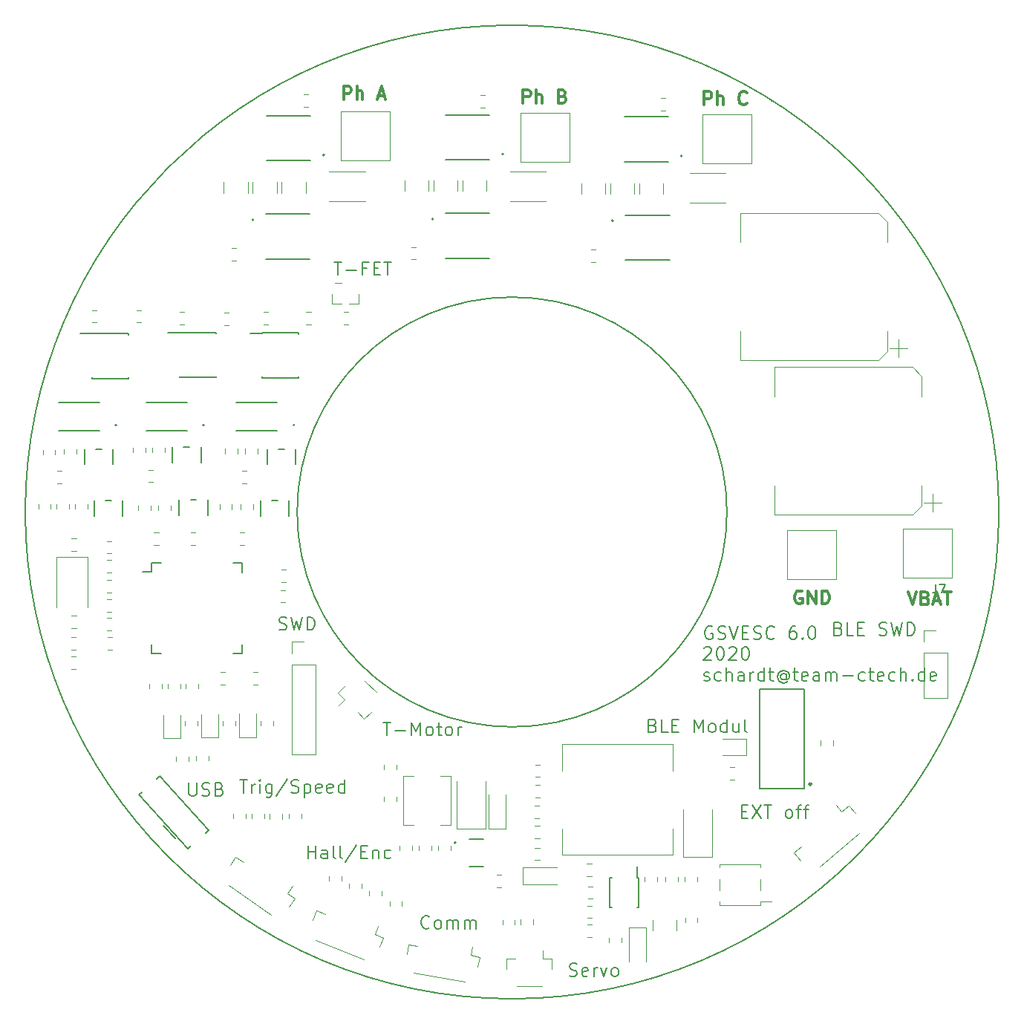
<source format=gbr>
%TF.GenerationSoftware,KiCad,Pcbnew,5.1.6+dfsg1-1*%
%TF.CreationDate,2021-01-25T10:35:50+01:00*%
%TF.ProjectId,gesc,67657363-2e6b-4696-9361-645f70636258,rev?*%
%TF.SameCoordinates,Original*%
%TF.FileFunction,Legend,Top*%
%TF.FilePolarity,Positive*%
%FSLAX46Y46*%
G04 Gerber Fmt 4.6, Leading zero omitted, Abs format (unit mm)*
G04 Created by KiCad (PCBNEW 5.1.6+dfsg1-1) date 2021-01-25 10:35:50*
%MOMM*%
%LPD*%
G01*
G04 APERTURE LIST*
%ADD10C,0.150000*%
%ADD11C,0.300000*%
%TA.AperFunction,Profile*%
%ADD12C,0.200000*%
%TD*%
%ADD13C,0.200000*%
%ADD14C,0.120000*%
%ADD15C,0.127000*%
%ADD16C,0.152400*%
G04 APERTURE END LIST*
D10*
X79749800Y-71478371D02*
X80606942Y-71478371D01*
X80178371Y-72978371D02*
X80178371Y-71478371D01*
X81106942Y-72406942D02*
X82249800Y-72406942D01*
X83464085Y-72192657D02*
X82964085Y-72192657D01*
X82964085Y-72978371D02*
X82964085Y-71478371D01*
X83678371Y-71478371D01*
X84249800Y-72192657D02*
X84749800Y-72192657D01*
X84964085Y-72978371D02*
X84249800Y-72978371D01*
X84249800Y-71478371D01*
X84964085Y-71478371D01*
X85392657Y-71478371D02*
X86249800Y-71478371D01*
X85821228Y-72978371D02*
X85821228Y-71478371D01*
D11*
X80814085Y-52978371D02*
X80814085Y-51478371D01*
X81385514Y-51478371D01*
X81528371Y-51549800D01*
X81599800Y-51621228D01*
X81671228Y-51764085D01*
X81671228Y-51978371D01*
X81599800Y-52121228D01*
X81528371Y-52192657D01*
X81385514Y-52264085D01*
X80814085Y-52264085D01*
X82314085Y-52978371D02*
X82314085Y-51478371D01*
X82956942Y-52978371D02*
X82956942Y-52192657D01*
X82885514Y-52049800D01*
X82742657Y-51978371D01*
X82528371Y-51978371D01*
X82385514Y-52049800D01*
X82314085Y-52121228D01*
X84742657Y-52549800D02*
X85456942Y-52549800D01*
X84599800Y-52978371D02*
X85099800Y-51478371D01*
X85599800Y-52978371D01*
X101256942Y-53378371D02*
X101256942Y-51878371D01*
X101828371Y-51878371D01*
X101971228Y-51949800D01*
X102042657Y-52021228D01*
X102114085Y-52164085D01*
X102114085Y-52378371D01*
X102042657Y-52521228D01*
X101971228Y-52592657D01*
X101828371Y-52664085D01*
X101256942Y-52664085D01*
X102756942Y-53378371D02*
X102756942Y-51878371D01*
X103399800Y-53378371D02*
X103399800Y-52592657D01*
X103328371Y-52449800D01*
X103185514Y-52378371D01*
X102971228Y-52378371D01*
X102828371Y-52449800D01*
X102756942Y-52521228D01*
X105756942Y-52592657D02*
X105971228Y-52664085D01*
X106042657Y-52735514D01*
X106114085Y-52878371D01*
X106114085Y-53092657D01*
X106042657Y-53235514D01*
X105971228Y-53306942D01*
X105828371Y-53378371D01*
X105256942Y-53378371D01*
X105256942Y-51878371D01*
X105756942Y-51878371D01*
X105899800Y-51949800D01*
X105971228Y-52021228D01*
X106042657Y-52164085D01*
X106042657Y-52306942D01*
X105971228Y-52449800D01*
X105899800Y-52521228D01*
X105756942Y-52592657D01*
X105256942Y-52592657D01*
D12*
X155499800Y-99999800D02*
G75*
G03*
X155499800Y-99999800I-55500000J0D01*
G01*
D10*
X126185514Y-134142657D02*
X126685514Y-134142657D01*
X126899800Y-134928371D02*
X126185514Y-134928371D01*
X126185514Y-133428371D01*
X126899800Y-133428371D01*
X127399800Y-133428371D02*
X128399800Y-134928371D01*
X128399800Y-133428371D02*
X127399800Y-134928371D01*
X128756942Y-133428371D02*
X129614085Y-133428371D01*
X129185514Y-134928371D02*
X129185514Y-133428371D01*
X131471228Y-134928371D02*
X131328371Y-134856942D01*
X131256942Y-134785514D01*
X131185514Y-134642657D01*
X131185514Y-134214085D01*
X131256942Y-134071228D01*
X131328371Y-133999800D01*
X131471228Y-133928371D01*
X131685514Y-133928371D01*
X131828371Y-133999800D01*
X131899800Y-134071228D01*
X131971228Y-134214085D01*
X131971228Y-134642657D01*
X131899800Y-134785514D01*
X131828371Y-134856942D01*
X131685514Y-134928371D01*
X131471228Y-134928371D01*
X132399800Y-133928371D02*
X132971228Y-133928371D01*
X132614085Y-134928371D02*
X132614085Y-133642657D01*
X132685514Y-133499800D01*
X132828371Y-133428371D01*
X132971228Y-133428371D01*
X133256942Y-133928371D02*
X133828371Y-133928371D01*
X133471228Y-134928371D02*
X133471228Y-133642657D01*
X133542657Y-133499800D01*
X133685514Y-133428371D01*
X133828371Y-133428371D01*
D11*
X121906942Y-53578371D02*
X121906942Y-52078371D01*
X122478371Y-52078371D01*
X122621228Y-52149800D01*
X122692657Y-52221228D01*
X122764085Y-52364085D01*
X122764085Y-52578371D01*
X122692657Y-52721228D01*
X122621228Y-52792657D01*
X122478371Y-52864085D01*
X121906942Y-52864085D01*
X123406942Y-53578371D02*
X123406942Y-52078371D01*
X124049800Y-53578371D02*
X124049800Y-52792657D01*
X123978371Y-52649800D01*
X123835514Y-52578371D01*
X123621228Y-52578371D01*
X123478371Y-52649800D01*
X123406942Y-52721228D01*
X126764085Y-53435514D02*
X126692657Y-53506942D01*
X126478371Y-53578371D01*
X126335514Y-53578371D01*
X126121228Y-53506942D01*
X125978371Y-53364085D01*
X125906942Y-53221228D01*
X125835514Y-52935514D01*
X125835514Y-52721228D01*
X125906942Y-52435514D01*
X125978371Y-52292657D01*
X126121228Y-52149800D01*
X126335514Y-52078371D01*
X126478371Y-52078371D01*
X126692657Y-52149800D01*
X126764085Y-52221228D01*
X133056942Y-109049800D02*
X132914085Y-108978371D01*
X132699800Y-108978371D01*
X132485514Y-109049800D01*
X132342657Y-109192657D01*
X132271228Y-109335514D01*
X132199800Y-109621228D01*
X132199800Y-109835514D01*
X132271228Y-110121228D01*
X132342657Y-110264085D01*
X132485514Y-110406942D01*
X132699800Y-110478371D01*
X132842657Y-110478371D01*
X133056942Y-110406942D01*
X133128371Y-110335514D01*
X133128371Y-109835514D01*
X132842657Y-109835514D01*
X133771228Y-110478371D02*
X133771228Y-108978371D01*
X134628371Y-110478371D01*
X134628371Y-108978371D01*
X135342657Y-110478371D02*
X135342657Y-108978371D01*
X135699800Y-108978371D01*
X135914085Y-109049800D01*
X136056942Y-109192657D01*
X136128371Y-109335514D01*
X136199800Y-109621228D01*
X136199800Y-109835514D01*
X136128371Y-110121228D01*
X136056942Y-110264085D01*
X135914085Y-110406942D01*
X135699800Y-110478371D01*
X135342657Y-110478371D01*
X145135514Y-109078371D02*
X145635514Y-110578371D01*
X146135514Y-109078371D01*
X147135514Y-109792657D02*
X147349800Y-109864085D01*
X147421228Y-109935514D01*
X147492657Y-110078371D01*
X147492657Y-110292657D01*
X147421228Y-110435514D01*
X147349800Y-110506942D01*
X147206942Y-110578371D01*
X146635514Y-110578371D01*
X146635514Y-109078371D01*
X147135514Y-109078371D01*
X147278371Y-109149800D01*
X147349800Y-109221228D01*
X147421228Y-109364085D01*
X147421228Y-109506942D01*
X147349800Y-109649800D01*
X147278371Y-109721228D01*
X147135514Y-109792657D01*
X146635514Y-109792657D01*
X148064085Y-110149800D02*
X148778371Y-110149800D01*
X147921228Y-110578371D02*
X148421228Y-109078371D01*
X148921228Y-110578371D01*
X149206942Y-109078371D02*
X150064085Y-109078371D01*
X149635514Y-110578371D02*
X149635514Y-109078371D01*
D10*
X137228371Y-113292657D02*
X137442657Y-113364085D01*
X137514085Y-113435514D01*
X137585514Y-113578371D01*
X137585514Y-113792657D01*
X137514085Y-113935514D01*
X137442657Y-114006942D01*
X137299800Y-114078371D01*
X136728371Y-114078371D01*
X136728371Y-112578371D01*
X137228371Y-112578371D01*
X137371228Y-112649800D01*
X137442657Y-112721228D01*
X137514085Y-112864085D01*
X137514085Y-113006942D01*
X137442657Y-113149800D01*
X137371228Y-113221228D01*
X137228371Y-113292657D01*
X136728371Y-113292657D01*
X138942657Y-114078371D02*
X138228371Y-114078371D01*
X138228371Y-112578371D01*
X139442657Y-113292657D02*
X139942657Y-113292657D01*
X140156942Y-114078371D02*
X139442657Y-114078371D01*
X139442657Y-112578371D01*
X140156942Y-112578371D01*
X141871228Y-114006942D02*
X142085514Y-114078371D01*
X142442657Y-114078371D01*
X142585514Y-114006942D01*
X142656942Y-113935514D01*
X142728371Y-113792657D01*
X142728371Y-113649800D01*
X142656942Y-113506942D01*
X142585514Y-113435514D01*
X142442657Y-113364085D01*
X142156942Y-113292657D01*
X142014085Y-113221228D01*
X141942657Y-113149800D01*
X141871228Y-113006942D01*
X141871228Y-112864085D01*
X141942657Y-112721228D01*
X142014085Y-112649800D01*
X142156942Y-112578371D01*
X142514085Y-112578371D01*
X142728371Y-112649800D01*
X143228371Y-112578371D02*
X143585514Y-114078371D01*
X143871228Y-113006942D01*
X144156942Y-114078371D01*
X144514085Y-112578371D01*
X145085514Y-114078371D02*
X145085514Y-112578371D01*
X145442657Y-112578371D01*
X145656942Y-112649800D01*
X145799800Y-112792657D01*
X145871228Y-112935514D01*
X145942657Y-113221228D01*
X145942657Y-113435514D01*
X145871228Y-113721228D01*
X145799800Y-113864085D01*
X145656942Y-114006942D01*
X145442657Y-114078371D01*
X145085514Y-114078371D01*
X116064085Y-124342657D02*
X116278371Y-124414085D01*
X116349800Y-124485514D01*
X116421228Y-124628371D01*
X116421228Y-124842657D01*
X116349800Y-124985514D01*
X116278371Y-125056942D01*
X116135514Y-125128371D01*
X115564085Y-125128371D01*
X115564085Y-123628371D01*
X116064085Y-123628371D01*
X116206942Y-123699800D01*
X116278371Y-123771228D01*
X116349800Y-123914085D01*
X116349800Y-124056942D01*
X116278371Y-124199800D01*
X116206942Y-124271228D01*
X116064085Y-124342657D01*
X115564085Y-124342657D01*
X117778371Y-125128371D02*
X117064085Y-125128371D01*
X117064085Y-123628371D01*
X118278371Y-124342657D02*
X118778371Y-124342657D01*
X118992657Y-125128371D02*
X118278371Y-125128371D01*
X118278371Y-123628371D01*
X118992657Y-123628371D01*
X120778371Y-125128371D02*
X120778371Y-123628371D01*
X121278371Y-124699800D01*
X121778371Y-123628371D01*
X121778371Y-125128371D01*
X122706942Y-125128371D02*
X122564085Y-125056942D01*
X122492657Y-124985514D01*
X122421228Y-124842657D01*
X122421228Y-124414085D01*
X122492657Y-124271228D01*
X122564085Y-124199800D01*
X122706942Y-124128371D01*
X122921228Y-124128371D01*
X123064085Y-124199800D01*
X123135514Y-124271228D01*
X123206942Y-124414085D01*
X123206942Y-124842657D01*
X123135514Y-124985514D01*
X123064085Y-125056942D01*
X122921228Y-125128371D01*
X122706942Y-125128371D01*
X124492657Y-125128371D02*
X124492657Y-123628371D01*
X124492657Y-125056942D02*
X124349800Y-125128371D01*
X124064085Y-125128371D01*
X123921228Y-125056942D01*
X123849800Y-124985514D01*
X123778371Y-124842657D01*
X123778371Y-124414085D01*
X123849800Y-124271228D01*
X123921228Y-124199800D01*
X124064085Y-124128371D01*
X124349800Y-124128371D01*
X124492657Y-124199800D01*
X125849800Y-124128371D02*
X125849800Y-125128371D01*
X125206942Y-124128371D02*
X125206942Y-124914085D01*
X125278371Y-125056942D01*
X125421228Y-125128371D01*
X125635514Y-125128371D01*
X125778371Y-125056942D01*
X125849800Y-124985514D01*
X126778371Y-125128371D02*
X126635514Y-125056942D01*
X126564085Y-124914085D01*
X126564085Y-123628371D01*
X85335514Y-123978371D02*
X86192657Y-123978371D01*
X85764085Y-125478371D02*
X85764085Y-123978371D01*
X86692657Y-124906942D02*
X87835514Y-124906942D01*
X88549800Y-125478371D02*
X88549800Y-123978371D01*
X89049800Y-125049800D01*
X89549800Y-123978371D01*
X89549800Y-125478371D01*
X90478371Y-125478371D02*
X90335514Y-125406942D01*
X90264085Y-125335514D01*
X90192657Y-125192657D01*
X90192657Y-124764085D01*
X90264085Y-124621228D01*
X90335514Y-124549800D01*
X90478371Y-124478371D01*
X90692657Y-124478371D01*
X90835514Y-124549800D01*
X90906942Y-124621228D01*
X90978371Y-124764085D01*
X90978371Y-125192657D01*
X90906942Y-125335514D01*
X90835514Y-125406942D01*
X90692657Y-125478371D01*
X90478371Y-125478371D01*
X91406942Y-124478371D02*
X91978371Y-124478371D01*
X91621228Y-123978371D02*
X91621228Y-125264085D01*
X91692657Y-125406942D01*
X91835514Y-125478371D01*
X91978371Y-125478371D01*
X92692657Y-125478371D02*
X92549800Y-125406942D01*
X92478371Y-125335514D01*
X92406942Y-125192657D01*
X92406942Y-124764085D01*
X92478371Y-124621228D01*
X92549800Y-124549800D01*
X92692657Y-124478371D01*
X92906942Y-124478371D01*
X93049800Y-124549800D01*
X93121228Y-124621228D01*
X93192657Y-124764085D01*
X93192657Y-125192657D01*
X93121228Y-125335514D01*
X93049800Y-125406942D01*
X92906942Y-125478371D01*
X92692657Y-125478371D01*
X93835514Y-125478371D02*
X93835514Y-124478371D01*
X93835514Y-124764085D02*
X93906942Y-124621228D01*
X93978371Y-124549800D01*
X94121228Y-124478371D01*
X94264085Y-124478371D01*
X121883014Y-115521228D02*
X121954442Y-115449800D01*
X122097300Y-115378371D01*
X122454442Y-115378371D01*
X122597300Y-115449800D01*
X122668728Y-115521228D01*
X122740157Y-115664085D01*
X122740157Y-115806942D01*
X122668728Y-116021228D01*
X121811585Y-116878371D01*
X122740157Y-116878371D01*
X123668728Y-115378371D02*
X123811585Y-115378371D01*
X123954442Y-115449800D01*
X124025871Y-115521228D01*
X124097300Y-115664085D01*
X124168728Y-115949800D01*
X124168728Y-116306942D01*
X124097300Y-116592657D01*
X124025871Y-116735514D01*
X123954442Y-116806942D01*
X123811585Y-116878371D01*
X123668728Y-116878371D01*
X123525871Y-116806942D01*
X123454442Y-116735514D01*
X123383014Y-116592657D01*
X123311585Y-116306942D01*
X123311585Y-115949800D01*
X123383014Y-115664085D01*
X123454442Y-115521228D01*
X123525871Y-115449800D01*
X123668728Y-115378371D01*
X124740157Y-115521228D02*
X124811585Y-115449800D01*
X124954442Y-115378371D01*
X125311585Y-115378371D01*
X125454442Y-115449800D01*
X125525871Y-115521228D01*
X125597300Y-115664085D01*
X125597300Y-115806942D01*
X125525871Y-116021228D01*
X124668728Y-116878371D01*
X125597300Y-116878371D01*
X126525871Y-115378371D02*
X126668728Y-115378371D01*
X126811585Y-115449800D01*
X126883014Y-115521228D01*
X126954442Y-115664085D01*
X127025871Y-115949800D01*
X127025871Y-116306942D01*
X126954442Y-116592657D01*
X126883014Y-116735514D01*
X126811585Y-116806942D01*
X126668728Y-116878371D01*
X126525871Y-116878371D01*
X126383014Y-116806942D01*
X126311585Y-116735514D01*
X126240157Y-116592657D01*
X126168728Y-116306942D01*
X126168728Y-115949800D01*
X126240157Y-115664085D01*
X126311585Y-115521228D01*
X126383014Y-115449800D01*
X126525871Y-115378371D01*
X121883014Y-119206942D02*
X122025871Y-119278371D01*
X122311585Y-119278371D01*
X122454442Y-119206942D01*
X122525871Y-119064085D01*
X122525871Y-118992657D01*
X122454442Y-118849800D01*
X122311585Y-118778371D01*
X122097300Y-118778371D01*
X121954442Y-118706942D01*
X121883014Y-118564085D01*
X121883014Y-118492657D01*
X121954442Y-118349800D01*
X122097300Y-118278371D01*
X122311585Y-118278371D01*
X122454442Y-118349800D01*
X123811585Y-119206942D02*
X123668728Y-119278371D01*
X123383014Y-119278371D01*
X123240157Y-119206942D01*
X123168728Y-119135514D01*
X123097300Y-118992657D01*
X123097300Y-118564085D01*
X123168728Y-118421228D01*
X123240157Y-118349800D01*
X123383014Y-118278371D01*
X123668728Y-118278371D01*
X123811585Y-118349800D01*
X124454442Y-119278371D02*
X124454442Y-117778371D01*
X125097300Y-119278371D02*
X125097300Y-118492657D01*
X125025871Y-118349800D01*
X124883014Y-118278371D01*
X124668728Y-118278371D01*
X124525871Y-118349800D01*
X124454442Y-118421228D01*
X126454442Y-119278371D02*
X126454442Y-118492657D01*
X126383014Y-118349800D01*
X126240157Y-118278371D01*
X125954442Y-118278371D01*
X125811585Y-118349800D01*
X126454442Y-119206942D02*
X126311585Y-119278371D01*
X125954442Y-119278371D01*
X125811585Y-119206942D01*
X125740157Y-119064085D01*
X125740157Y-118921228D01*
X125811585Y-118778371D01*
X125954442Y-118706942D01*
X126311585Y-118706942D01*
X126454442Y-118635514D01*
X127168728Y-119278371D02*
X127168728Y-118278371D01*
X127168728Y-118564085D02*
X127240157Y-118421228D01*
X127311585Y-118349800D01*
X127454442Y-118278371D01*
X127597300Y-118278371D01*
X128740157Y-119278371D02*
X128740157Y-117778371D01*
X128740157Y-119206942D02*
X128597300Y-119278371D01*
X128311585Y-119278371D01*
X128168728Y-119206942D01*
X128097300Y-119135514D01*
X128025871Y-118992657D01*
X128025871Y-118564085D01*
X128097300Y-118421228D01*
X128168728Y-118349800D01*
X128311585Y-118278371D01*
X128597300Y-118278371D01*
X128740157Y-118349800D01*
X129240157Y-118278371D02*
X129811585Y-118278371D01*
X129454442Y-117778371D02*
X129454442Y-119064085D01*
X129525871Y-119206942D01*
X129668728Y-119278371D01*
X129811585Y-119278371D01*
X131240157Y-118564085D02*
X131168728Y-118492657D01*
X131025871Y-118421228D01*
X130883014Y-118421228D01*
X130740157Y-118492657D01*
X130668728Y-118564085D01*
X130597300Y-118706942D01*
X130597300Y-118849800D01*
X130668728Y-118992657D01*
X130740157Y-119064085D01*
X130883014Y-119135514D01*
X131025871Y-119135514D01*
X131168728Y-119064085D01*
X131240157Y-118992657D01*
X131240157Y-118421228D02*
X131240157Y-118992657D01*
X131311585Y-119064085D01*
X131383014Y-119064085D01*
X131525871Y-118992657D01*
X131597300Y-118849800D01*
X131597300Y-118492657D01*
X131454442Y-118278371D01*
X131240157Y-118135514D01*
X130954442Y-118064085D01*
X130668728Y-118135514D01*
X130454442Y-118278371D01*
X130311585Y-118492657D01*
X130240157Y-118778371D01*
X130311585Y-119064085D01*
X130454442Y-119278371D01*
X130668728Y-119421228D01*
X130954442Y-119492657D01*
X131240157Y-119421228D01*
X131454442Y-119278371D01*
X132025871Y-118278371D02*
X132597300Y-118278371D01*
X132240157Y-117778371D02*
X132240157Y-119064085D01*
X132311585Y-119206942D01*
X132454442Y-119278371D01*
X132597300Y-119278371D01*
X133668728Y-119206942D02*
X133525871Y-119278371D01*
X133240157Y-119278371D01*
X133097300Y-119206942D01*
X133025871Y-119064085D01*
X133025871Y-118492657D01*
X133097300Y-118349800D01*
X133240157Y-118278371D01*
X133525871Y-118278371D01*
X133668728Y-118349800D01*
X133740157Y-118492657D01*
X133740157Y-118635514D01*
X133025871Y-118778371D01*
X135025871Y-119278371D02*
X135025871Y-118492657D01*
X134954442Y-118349800D01*
X134811585Y-118278371D01*
X134525871Y-118278371D01*
X134383014Y-118349800D01*
X135025871Y-119206942D02*
X134883014Y-119278371D01*
X134525871Y-119278371D01*
X134383014Y-119206942D01*
X134311585Y-119064085D01*
X134311585Y-118921228D01*
X134383014Y-118778371D01*
X134525871Y-118706942D01*
X134883014Y-118706942D01*
X135025871Y-118635514D01*
X135740157Y-119278371D02*
X135740157Y-118278371D01*
X135740157Y-118421228D02*
X135811585Y-118349800D01*
X135954442Y-118278371D01*
X136168728Y-118278371D01*
X136311585Y-118349800D01*
X136383014Y-118492657D01*
X136383014Y-119278371D01*
X136383014Y-118492657D02*
X136454442Y-118349800D01*
X136597300Y-118278371D01*
X136811585Y-118278371D01*
X136954442Y-118349800D01*
X137025871Y-118492657D01*
X137025871Y-119278371D01*
X137740157Y-118706942D02*
X138883014Y-118706942D01*
X140240157Y-119206942D02*
X140097300Y-119278371D01*
X139811585Y-119278371D01*
X139668728Y-119206942D01*
X139597300Y-119135514D01*
X139525871Y-118992657D01*
X139525871Y-118564085D01*
X139597300Y-118421228D01*
X139668728Y-118349800D01*
X139811585Y-118278371D01*
X140097300Y-118278371D01*
X140240157Y-118349800D01*
X140668728Y-118278371D02*
X141240157Y-118278371D01*
X140883014Y-117778371D02*
X140883014Y-119064085D01*
X140954442Y-119206942D01*
X141097300Y-119278371D01*
X141240157Y-119278371D01*
X142311585Y-119206942D02*
X142168728Y-119278371D01*
X141883014Y-119278371D01*
X141740157Y-119206942D01*
X141668728Y-119064085D01*
X141668728Y-118492657D01*
X141740157Y-118349800D01*
X141883014Y-118278371D01*
X142168728Y-118278371D01*
X142311585Y-118349800D01*
X142383014Y-118492657D01*
X142383014Y-118635514D01*
X141668728Y-118778371D01*
X143668728Y-119206942D02*
X143525871Y-119278371D01*
X143240157Y-119278371D01*
X143097300Y-119206942D01*
X143025871Y-119135514D01*
X142954442Y-118992657D01*
X142954442Y-118564085D01*
X143025871Y-118421228D01*
X143097300Y-118349800D01*
X143240157Y-118278371D01*
X143525871Y-118278371D01*
X143668728Y-118349800D01*
X144311585Y-119278371D02*
X144311585Y-117778371D01*
X144954442Y-119278371D02*
X144954442Y-118492657D01*
X144883014Y-118349800D01*
X144740157Y-118278371D01*
X144525871Y-118278371D01*
X144383014Y-118349800D01*
X144311585Y-118421228D01*
X145668728Y-119135514D02*
X145740157Y-119206942D01*
X145668728Y-119278371D01*
X145597300Y-119206942D01*
X145668728Y-119135514D01*
X145668728Y-119278371D01*
X147025871Y-119278371D02*
X147025871Y-117778371D01*
X147025871Y-119206942D02*
X146883014Y-119278371D01*
X146597300Y-119278371D01*
X146454442Y-119206942D01*
X146383014Y-119135514D01*
X146311585Y-118992657D01*
X146311585Y-118564085D01*
X146383014Y-118421228D01*
X146454442Y-118349800D01*
X146597300Y-118278371D01*
X146883014Y-118278371D01*
X147025871Y-118349800D01*
X148311585Y-119206942D02*
X148168728Y-119278371D01*
X147883014Y-119278371D01*
X147740157Y-119206942D01*
X147668728Y-119064085D01*
X147668728Y-118492657D01*
X147740157Y-118349800D01*
X147883014Y-118278371D01*
X148168728Y-118278371D01*
X148311585Y-118349800D01*
X148383014Y-118492657D01*
X148383014Y-118635514D01*
X147668728Y-118778371D01*
D12*
X124500000Y-100000000D02*
G75*
G03*
X124500000Y-100000000I-24500000J0D01*
G01*
D13*
X129463800Y-53009800D02*
X129590800Y-53136800D01*
D10*
X63156942Y-130878371D02*
X63156942Y-132092657D01*
X63228371Y-132235514D01*
X63299800Y-132306942D01*
X63442657Y-132378371D01*
X63728371Y-132378371D01*
X63871228Y-132306942D01*
X63942657Y-132235514D01*
X64014085Y-132092657D01*
X64014085Y-130878371D01*
X64656942Y-132306942D02*
X64871228Y-132378371D01*
X65228371Y-132378371D01*
X65371228Y-132306942D01*
X65442657Y-132235514D01*
X65514085Y-132092657D01*
X65514085Y-131949800D01*
X65442657Y-131806942D01*
X65371228Y-131735514D01*
X65228371Y-131664085D01*
X64942657Y-131592657D01*
X64799800Y-131521228D01*
X64728371Y-131449800D01*
X64656942Y-131306942D01*
X64656942Y-131164085D01*
X64728371Y-131021228D01*
X64799800Y-130949800D01*
X64942657Y-130878371D01*
X65299800Y-130878371D01*
X65514085Y-130949800D01*
X66656942Y-131592657D02*
X66871228Y-131664085D01*
X66942657Y-131735514D01*
X67014085Y-131878371D01*
X67014085Y-132092657D01*
X66942657Y-132235514D01*
X66871228Y-132306942D01*
X66728371Y-132378371D01*
X66156942Y-132378371D01*
X66156942Y-130878371D01*
X66656942Y-130878371D01*
X66799800Y-130949800D01*
X66871228Y-131021228D01*
X66942657Y-131164085D01*
X66942657Y-131306942D01*
X66871228Y-131449800D01*
X66799800Y-131521228D01*
X66656942Y-131592657D01*
X66156942Y-131592657D01*
X73434085Y-113386942D02*
X73648371Y-113458371D01*
X74005514Y-113458371D01*
X74148371Y-113386942D01*
X74219800Y-113315514D01*
X74291228Y-113172657D01*
X74291228Y-113029800D01*
X74219800Y-112886942D01*
X74148371Y-112815514D01*
X74005514Y-112744085D01*
X73719800Y-112672657D01*
X73576942Y-112601228D01*
X73505514Y-112529800D01*
X73434085Y-112386942D01*
X73434085Y-112244085D01*
X73505514Y-112101228D01*
X73576942Y-112029800D01*
X73719800Y-111958371D01*
X74076942Y-111958371D01*
X74291228Y-112029800D01*
X74791228Y-111958371D02*
X75148371Y-113458371D01*
X75434085Y-112386942D01*
X75719800Y-113458371D01*
X76076942Y-111958371D01*
X76648371Y-113458371D02*
X76648371Y-111958371D01*
X77005514Y-111958371D01*
X77219800Y-112029800D01*
X77362657Y-112172657D01*
X77434085Y-112315514D01*
X77505514Y-112601228D01*
X77505514Y-112815514D01*
X77434085Y-113101228D01*
X77362657Y-113244085D01*
X77219800Y-113386942D01*
X77005514Y-113458371D01*
X76648371Y-113458371D01*
X106544085Y-152886942D02*
X106758371Y-152958371D01*
X107115514Y-152958371D01*
X107258371Y-152886942D01*
X107329800Y-152815514D01*
X107401228Y-152672657D01*
X107401228Y-152529800D01*
X107329800Y-152386942D01*
X107258371Y-152315514D01*
X107115514Y-152244085D01*
X106829800Y-152172657D01*
X106686942Y-152101228D01*
X106615514Y-152029800D01*
X106544085Y-151886942D01*
X106544085Y-151744085D01*
X106615514Y-151601228D01*
X106686942Y-151529800D01*
X106829800Y-151458371D01*
X107186942Y-151458371D01*
X107401228Y-151529800D01*
X108615514Y-152886942D02*
X108472657Y-152958371D01*
X108186942Y-152958371D01*
X108044085Y-152886942D01*
X107972657Y-152744085D01*
X107972657Y-152172657D01*
X108044085Y-152029800D01*
X108186942Y-151958371D01*
X108472657Y-151958371D01*
X108615514Y-152029800D01*
X108686942Y-152172657D01*
X108686942Y-152315514D01*
X107972657Y-152458371D01*
X109329800Y-152958371D02*
X109329800Y-151958371D01*
X109329800Y-152244085D02*
X109401228Y-152101228D01*
X109472657Y-152029800D01*
X109615514Y-151958371D01*
X109758371Y-151958371D01*
X110115514Y-151958371D02*
X110472657Y-152958371D01*
X110829800Y-151958371D01*
X111615514Y-152958371D02*
X111472657Y-152886942D01*
X111401228Y-152815514D01*
X111329800Y-152672657D01*
X111329800Y-152244085D01*
X111401228Y-152101228D01*
X111472657Y-152029800D01*
X111615514Y-151958371D01*
X111829800Y-151958371D01*
X111972657Y-152029800D01*
X112044085Y-152101228D01*
X112115514Y-152244085D01*
X112115514Y-152672657D01*
X112044085Y-152815514D01*
X111972657Y-152886942D01*
X111829800Y-152958371D01*
X111615514Y-152958371D01*
X90585514Y-147375514D02*
X90514085Y-147446942D01*
X90299800Y-147518371D01*
X90156942Y-147518371D01*
X89942657Y-147446942D01*
X89799800Y-147304085D01*
X89728371Y-147161228D01*
X89656942Y-146875514D01*
X89656942Y-146661228D01*
X89728371Y-146375514D01*
X89799800Y-146232657D01*
X89942657Y-146089800D01*
X90156942Y-146018371D01*
X90299800Y-146018371D01*
X90514085Y-146089800D01*
X90585514Y-146161228D01*
X91442657Y-147518371D02*
X91299800Y-147446942D01*
X91228371Y-147375514D01*
X91156942Y-147232657D01*
X91156942Y-146804085D01*
X91228371Y-146661228D01*
X91299800Y-146589800D01*
X91442657Y-146518371D01*
X91656942Y-146518371D01*
X91799800Y-146589800D01*
X91871228Y-146661228D01*
X91942657Y-146804085D01*
X91942657Y-147232657D01*
X91871228Y-147375514D01*
X91799800Y-147446942D01*
X91656942Y-147518371D01*
X91442657Y-147518371D01*
X92585514Y-147518371D02*
X92585514Y-146518371D01*
X92585514Y-146661228D02*
X92656942Y-146589800D01*
X92799800Y-146518371D01*
X93014085Y-146518371D01*
X93156942Y-146589800D01*
X93228371Y-146732657D01*
X93228371Y-147518371D01*
X93228371Y-146732657D02*
X93299800Y-146589800D01*
X93442657Y-146518371D01*
X93656942Y-146518371D01*
X93799800Y-146589800D01*
X93871228Y-146732657D01*
X93871228Y-147518371D01*
X94585514Y-147518371D02*
X94585514Y-146518371D01*
X94585514Y-146661228D02*
X94656942Y-146589800D01*
X94799800Y-146518371D01*
X95014085Y-146518371D01*
X95156942Y-146589800D01*
X95228371Y-146732657D01*
X95228371Y-147518371D01*
X95228371Y-146732657D02*
X95299800Y-146589800D01*
X95442657Y-146518371D01*
X95656942Y-146518371D01*
X95799800Y-146589800D01*
X95871228Y-146732657D01*
X95871228Y-147518371D01*
X76721228Y-139528371D02*
X76721228Y-138028371D01*
X76721228Y-138742657D02*
X77578371Y-138742657D01*
X77578371Y-139528371D02*
X77578371Y-138028371D01*
X78935514Y-139528371D02*
X78935514Y-138742657D01*
X78864085Y-138599800D01*
X78721228Y-138528371D01*
X78435514Y-138528371D01*
X78292657Y-138599800D01*
X78935514Y-139456942D02*
X78792657Y-139528371D01*
X78435514Y-139528371D01*
X78292657Y-139456942D01*
X78221228Y-139314085D01*
X78221228Y-139171228D01*
X78292657Y-139028371D01*
X78435514Y-138956942D01*
X78792657Y-138956942D01*
X78935514Y-138885514D01*
X79864085Y-139528371D02*
X79721228Y-139456942D01*
X79649800Y-139314085D01*
X79649800Y-138028371D01*
X80649800Y-139528371D02*
X80506942Y-139456942D01*
X80435514Y-139314085D01*
X80435514Y-138028371D01*
X82292657Y-137956942D02*
X81006942Y-139885514D01*
X82792657Y-138742657D02*
X83292657Y-138742657D01*
X83506942Y-139528371D02*
X82792657Y-139528371D01*
X82792657Y-138028371D01*
X83506942Y-138028371D01*
X84149800Y-138528371D02*
X84149800Y-139528371D01*
X84149800Y-138671228D02*
X84221228Y-138599800D01*
X84364085Y-138528371D01*
X84578371Y-138528371D01*
X84721228Y-138599800D01*
X84792657Y-138742657D01*
X84792657Y-139528371D01*
X86149800Y-139456942D02*
X86006942Y-139528371D01*
X85721228Y-139528371D01*
X85578371Y-139456942D01*
X85506942Y-139385514D01*
X85435514Y-139242657D01*
X85435514Y-138814085D01*
X85506942Y-138671228D01*
X85578371Y-138599800D01*
X85721228Y-138528371D01*
X86006942Y-138528371D01*
X86149800Y-138599800D01*
X68978371Y-130528371D02*
X69835514Y-130528371D01*
X69406942Y-132028371D02*
X69406942Y-130528371D01*
X70335514Y-132028371D02*
X70335514Y-131028371D01*
X70335514Y-131314085D02*
X70406942Y-131171228D01*
X70478371Y-131099800D01*
X70621228Y-131028371D01*
X70764085Y-131028371D01*
X71264085Y-132028371D02*
X71264085Y-131028371D01*
X71264085Y-130528371D02*
X71192657Y-130599800D01*
X71264085Y-130671228D01*
X71335514Y-130599800D01*
X71264085Y-130528371D01*
X71264085Y-130671228D01*
X72621228Y-131028371D02*
X72621228Y-132242657D01*
X72549800Y-132385514D01*
X72478371Y-132456942D01*
X72335514Y-132528371D01*
X72121228Y-132528371D01*
X71978371Y-132456942D01*
X72621228Y-131956942D02*
X72478371Y-132028371D01*
X72192657Y-132028371D01*
X72049800Y-131956942D01*
X71978371Y-131885514D01*
X71906942Y-131742657D01*
X71906942Y-131314085D01*
X71978371Y-131171228D01*
X72049800Y-131099800D01*
X72192657Y-131028371D01*
X72478371Y-131028371D01*
X72621228Y-131099800D01*
X74406942Y-130456942D02*
X73121228Y-132385514D01*
X74835514Y-131956942D02*
X75049800Y-132028371D01*
X75406942Y-132028371D01*
X75549800Y-131956942D01*
X75621228Y-131885514D01*
X75692657Y-131742657D01*
X75692657Y-131599800D01*
X75621228Y-131456942D01*
X75549800Y-131385514D01*
X75406942Y-131314085D01*
X75121228Y-131242657D01*
X74978371Y-131171228D01*
X74906942Y-131099800D01*
X74835514Y-130956942D01*
X74835514Y-130814085D01*
X74906942Y-130671228D01*
X74978371Y-130599800D01*
X75121228Y-130528371D01*
X75478371Y-130528371D01*
X75692657Y-130599800D01*
X76335514Y-131028371D02*
X76335514Y-132528371D01*
X76335514Y-131099800D02*
X76478371Y-131028371D01*
X76764085Y-131028371D01*
X76906942Y-131099800D01*
X76978371Y-131171228D01*
X77049800Y-131314085D01*
X77049800Y-131742657D01*
X76978371Y-131885514D01*
X76906942Y-131956942D01*
X76764085Y-132028371D01*
X76478371Y-132028371D01*
X76335514Y-131956942D01*
X78264085Y-131956942D02*
X78121228Y-132028371D01*
X77835514Y-132028371D01*
X77692657Y-131956942D01*
X77621228Y-131814085D01*
X77621228Y-131242657D01*
X77692657Y-131099800D01*
X77835514Y-131028371D01*
X78121228Y-131028371D01*
X78264085Y-131099800D01*
X78335514Y-131242657D01*
X78335514Y-131385514D01*
X77621228Y-131528371D01*
X79549800Y-131956942D02*
X79406942Y-132028371D01*
X79121228Y-132028371D01*
X78978371Y-131956942D01*
X78906942Y-131814085D01*
X78906942Y-131242657D01*
X78978371Y-131099800D01*
X79121228Y-131028371D01*
X79406942Y-131028371D01*
X79549800Y-131099800D01*
X79621228Y-131242657D01*
X79621228Y-131385514D01*
X78906942Y-131528371D01*
X80906942Y-132028371D02*
X80906942Y-130528371D01*
X80906942Y-131956942D02*
X80764085Y-132028371D01*
X80478371Y-132028371D01*
X80335514Y-131956942D01*
X80264085Y-131885514D01*
X80192657Y-131742657D01*
X80192657Y-131314085D01*
X80264085Y-131171228D01*
X80335514Y-131099800D01*
X80478371Y-131028371D01*
X80764085Y-131028371D01*
X80906942Y-131099800D01*
X122835514Y-113099800D02*
X122692657Y-113028371D01*
X122478371Y-113028371D01*
X122264085Y-113099800D01*
X122121228Y-113242657D01*
X122049800Y-113385514D01*
X121978371Y-113671228D01*
X121978371Y-113885514D01*
X122049800Y-114171228D01*
X122121228Y-114314085D01*
X122264085Y-114456942D01*
X122478371Y-114528371D01*
X122621228Y-114528371D01*
X122835514Y-114456942D01*
X122906942Y-114385514D01*
X122906942Y-113885514D01*
X122621228Y-113885514D01*
X123478371Y-114456942D02*
X123692657Y-114528371D01*
X124049800Y-114528371D01*
X124192657Y-114456942D01*
X124264085Y-114385514D01*
X124335514Y-114242657D01*
X124335514Y-114099800D01*
X124264085Y-113956942D01*
X124192657Y-113885514D01*
X124049800Y-113814085D01*
X123764085Y-113742657D01*
X123621228Y-113671228D01*
X123549800Y-113599800D01*
X123478371Y-113456942D01*
X123478371Y-113314085D01*
X123549800Y-113171228D01*
X123621228Y-113099800D01*
X123764085Y-113028371D01*
X124121228Y-113028371D01*
X124335514Y-113099800D01*
X124764085Y-113028371D02*
X125264085Y-114528371D01*
X125764085Y-113028371D01*
X126264085Y-113742657D02*
X126764085Y-113742657D01*
X126978371Y-114528371D02*
X126264085Y-114528371D01*
X126264085Y-113028371D01*
X126978371Y-113028371D01*
X127549800Y-114456942D02*
X127764085Y-114528371D01*
X128121228Y-114528371D01*
X128264085Y-114456942D01*
X128335514Y-114385514D01*
X128406942Y-114242657D01*
X128406942Y-114099800D01*
X128335514Y-113956942D01*
X128264085Y-113885514D01*
X128121228Y-113814085D01*
X127835514Y-113742657D01*
X127692657Y-113671228D01*
X127621228Y-113599800D01*
X127549800Y-113456942D01*
X127549800Y-113314085D01*
X127621228Y-113171228D01*
X127692657Y-113099800D01*
X127835514Y-113028371D01*
X128192657Y-113028371D01*
X128406942Y-113099800D01*
X129906942Y-114385514D02*
X129835514Y-114456942D01*
X129621228Y-114528371D01*
X129478371Y-114528371D01*
X129264085Y-114456942D01*
X129121228Y-114314085D01*
X129049800Y-114171228D01*
X128978371Y-113885514D01*
X128978371Y-113671228D01*
X129049800Y-113385514D01*
X129121228Y-113242657D01*
X129264085Y-113099800D01*
X129478371Y-113028371D01*
X129621228Y-113028371D01*
X129835514Y-113099800D01*
X129906942Y-113171228D01*
X132335514Y-113028371D02*
X132049800Y-113028371D01*
X131906942Y-113099800D01*
X131835514Y-113171228D01*
X131692657Y-113385514D01*
X131621228Y-113671228D01*
X131621228Y-114242657D01*
X131692657Y-114385514D01*
X131764085Y-114456942D01*
X131906942Y-114528371D01*
X132192657Y-114528371D01*
X132335514Y-114456942D01*
X132406942Y-114385514D01*
X132478371Y-114242657D01*
X132478371Y-113885514D01*
X132406942Y-113742657D01*
X132335514Y-113671228D01*
X132192657Y-113599800D01*
X131906942Y-113599800D01*
X131764085Y-113671228D01*
X131692657Y-113742657D01*
X131621228Y-113885514D01*
X133121228Y-114385514D02*
X133192657Y-114456942D01*
X133121228Y-114528371D01*
X133049800Y-114456942D01*
X133121228Y-114385514D01*
X133121228Y-114528371D01*
X134121228Y-113028371D02*
X134264085Y-113028371D01*
X134406942Y-113099800D01*
X134478371Y-113171228D01*
X134549800Y-113314085D01*
X134621228Y-113599800D01*
X134621228Y-113956942D01*
X134549800Y-114242657D01*
X134478371Y-114385514D01*
X134406942Y-114456942D01*
X134264085Y-114528371D01*
X134121228Y-114528371D01*
X133978371Y-114456942D01*
X133906942Y-114385514D01*
X133835514Y-114242657D01*
X133764085Y-113956942D01*
X133764085Y-113599800D01*
X133835514Y-113314085D01*
X133906942Y-113171228D01*
X133978371Y-113099800D01*
X134121228Y-113028371D01*
D14*
X92999800Y-130099800D02*
X92999800Y-135699800D01*
X87599800Y-130099800D02*
X87599800Y-135699800D01*
X92999800Y-130099800D02*
X91849800Y-130099800D01*
X87599800Y-130099800D02*
X88749800Y-130099800D01*
X92999800Y-135699800D02*
X91849800Y-135699800D01*
X87599800Y-135699800D02*
X88749800Y-135699800D01*
X97299800Y-136099800D02*
X99299800Y-136099800D01*
X99299800Y-136099800D02*
X99299800Y-132199800D01*
X97299800Y-136099800D02*
X97299800Y-132199800D01*
X115299800Y-147349800D02*
X113299800Y-147349800D01*
X113299800Y-147349800D02*
X113299800Y-151249800D01*
X115299800Y-147349800D02*
X115299800Y-151249800D01*
X101249800Y-140499800D02*
X101249800Y-142499800D01*
X101249800Y-142499800D02*
X105149800Y-142499800D01*
X101249800Y-140499800D02*
X105149800Y-140499800D01*
D15*
X95099800Y-137334800D02*
X96699800Y-137334800D01*
X95099800Y-140464800D02*
X96699800Y-140464800D01*
D13*
X93599800Y-137699800D02*
G75*
G03*
X93599800Y-137699800I-100000J0D01*
G01*
D11*
X134099800Y-130999800D02*
G75*
G03*
X134099800Y-130999800I-100000J0D01*
G01*
D15*
X133299800Y-131499800D02*
X128199800Y-131499800D01*
X133299800Y-120199800D02*
X133299800Y-131499800D01*
X128199800Y-120199800D02*
X133299800Y-120199800D01*
X128199800Y-131499800D02*
X128199800Y-120199800D01*
D14*
X123649800Y-140199800D02*
X123649800Y-140549800D01*
X128349800Y-140199800D02*
X123649800Y-140199800D01*
X128349800Y-140549800D02*
X128349800Y-140199800D01*
X128349800Y-144449800D02*
X129599800Y-144449800D01*
X123649800Y-144799800D02*
X123649800Y-144449800D01*
X128349800Y-144799800D02*
X123649800Y-144799800D01*
X128349800Y-144449800D02*
X128349800Y-144799800D01*
X128349800Y-141879800D02*
X128349800Y-143119800D01*
X123649800Y-141879800D02*
X123649800Y-143119800D01*
D16*
X71306200Y-98691700D02*
X71306200Y-100444300D01*
X73265061Y-98691700D02*
X72598539Y-98691700D01*
X74557400Y-100444300D02*
X74557400Y-98691700D01*
X62052200Y-98615500D02*
X62052200Y-100368100D01*
X64011061Y-98615500D02*
X63344539Y-98615500D01*
X65303400Y-100368100D02*
X65303400Y-98615500D01*
X72080400Y-92823500D02*
X72080400Y-94576100D01*
X74039261Y-92823500D02*
X73372739Y-92823500D01*
X75331600Y-94576100D02*
X75331600Y-92823500D01*
X61274200Y-92623500D02*
X61274200Y-94376100D01*
X63233061Y-92623500D02*
X62566539Y-92623500D01*
X64525400Y-94376100D02*
X64525400Y-92623500D01*
X51274200Y-92823500D02*
X51274200Y-94576100D01*
X53233061Y-92823500D02*
X52566539Y-92823500D01*
X54525400Y-94576100D02*
X54525400Y-92823500D01*
X64904300Y-90074800D02*
G75*
G03*
X64904300Y-90074800I-76200J0D01*
G01*
X58275700Y-90725400D02*
X62923900Y-90725400D01*
X62923900Y-87474200D02*
X58275700Y-87474200D01*
X75204300Y-90074800D02*
G75*
G03*
X75204300Y-90074800I-76200J0D01*
G01*
X68575700Y-90725400D02*
X73223900Y-90725400D01*
X73223900Y-87474200D02*
X68575700Y-87474200D01*
X54904299Y-90099801D02*
G75*
G03*
X54904299Y-90099801I-76200J0D01*
G01*
X48275699Y-90750401D02*
X52923899Y-90750401D01*
X52923899Y-87499201D02*
X48275699Y-87499201D01*
X52374200Y-98691700D02*
X52374200Y-100444300D01*
X54333061Y-98691700D02*
X53666539Y-98691700D01*
X55625400Y-100444300D02*
X55625400Y-98691700D01*
D14*
X88609800Y-138041222D02*
X88609800Y-138558378D01*
X87189800Y-138041222D02*
X87189800Y-138558378D01*
D15*
X92449800Y-71049800D02*
X97449800Y-71049800D01*
X92449800Y-65949800D02*
X97449800Y-65949800D01*
D13*
X91049800Y-66599800D02*
G75*
G03*
X91049800Y-66599800I-100000J0D01*
G01*
D15*
X97449800Y-54749800D02*
X92449800Y-54749800D01*
X97449800Y-59849800D02*
X92449800Y-59849800D01*
D13*
X99049800Y-59199800D02*
G75*
G03*
X99049800Y-59199800I-100000J0D01*
G01*
D15*
X112949800Y-71249800D02*
X117949800Y-71249800D01*
X112949800Y-66149800D02*
X117949800Y-66149800D01*
D13*
X111549800Y-66799800D02*
G75*
G03*
X111549800Y-66799800I-100000J0D01*
G01*
D15*
X117799800Y-54949800D02*
X112799800Y-54949800D01*
X117799800Y-60049800D02*
X112799800Y-60049800D01*
D13*
X119399800Y-59399800D02*
G75*
G03*
X119399800Y-59399800I-100000J0D01*
G01*
D15*
X71949800Y-71149800D02*
X76949800Y-71149800D01*
X71949800Y-66049800D02*
X76949800Y-66049800D01*
D13*
X70549800Y-66699800D02*
G75*
G03*
X70549800Y-66699800I-100000J0D01*
G01*
D15*
X76999800Y-54849800D02*
X71999800Y-54849800D01*
X76999800Y-59949800D02*
X71999800Y-59949800D01*
D13*
X78599800Y-59299800D02*
G75*
G03*
X78599800Y-59299800I-100000J0D01*
G01*
D14*
X118349800Y-136099800D02*
X118349800Y-139099800D01*
X118349800Y-139099800D02*
X105749800Y-139099800D01*
X105749800Y-139099800D02*
X105749800Y-136099800D01*
X105749800Y-129499800D02*
X105749800Y-126499800D01*
X105749800Y-126499800D02*
X118349800Y-126499800D01*
X118349800Y-126499800D02*
X118349800Y-129499800D01*
X79499800Y-75124800D02*
X79499800Y-76274800D01*
X79499800Y-76274800D02*
X80599800Y-76274800D01*
X82499800Y-75124800D02*
X82499800Y-76274800D01*
X82499800Y-76274800D02*
X81399800Y-76274800D01*
X79799800Y-73874800D02*
X80599800Y-73874800D01*
X101005800Y-54455800D02*
X106593800Y-54455800D01*
X106593800Y-54455800D02*
X106593800Y-60043800D01*
X106593800Y-60043800D02*
X101005800Y-60043800D01*
X101005800Y-60043800D02*
X101005800Y-54455800D01*
X127293800Y-60293800D02*
X121705800Y-60293800D01*
X121705800Y-60293800D02*
X121705800Y-54705800D01*
X121705800Y-54705800D02*
X127293800Y-54705800D01*
X127293800Y-54705800D02*
X127293800Y-60293800D01*
X86093800Y-54355800D02*
X86093800Y-59943800D01*
X86093800Y-59943800D02*
X80505800Y-59943800D01*
X80505800Y-59943800D02*
X80505800Y-54355800D01*
X80505800Y-54355800D02*
X86093800Y-54355800D01*
X136993800Y-102105800D02*
X136993800Y-107693800D01*
X136993800Y-107693800D02*
X131405800Y-107693800D01*
X131405800Y-107693800D02*
X131405800Y-102105800D01*
X131405800Y-102105800D02*
X136993800Y-102105800D01*
X150193800Y-107493800D02*
X144605800Y-107493800D01*
X144605800Y-107493800D02*
X144605800Y-101905800D01*
X144605800Y-101905800D02*
X150193800Y-101905800D01*
X150193800Y-101905800D02*
X150193800Y-107493800D01*
X93649800Y-136099800D02*
X96949800Y-136099800D01*
X96949800Y-136099800D02*
X96949800Y-130699800D01*
X93649800Y-136099800D02*
X93649800Y-130699800D01*
X90459800Y-62197736D02*
X90459800Y-63401864D01*
X87739800Y-62197736D02*
X87739800Y-63401864D01*
X110659800Y-62497736D02*
X110659800Y-63701864D01*
X107939800Y-62497736D02*
X107939800Y-63701864D01*
X69859800Y-62397736D02*
X69859800Y-63601864D01*
X67139800Y-62397736D02*
X67139800Y-63601864D01*
X86809800Y-132503722D02*
X86809800Y-133020878D01*
X85389800Y-132503722D02*
X85389800Y-133020878D01*
X85389800Y-129320878D02*
X85389800Y-128803722D01*
X86809800Y-129320878D02*
X86809800Y-128803722D01*
X91589800Y-138558378D02*
X91589800Y-138041222D01*
X93009800Y-138558378D02*
X93009800Y-138041222D01*
X69609800Y-134403722D02*
X69609800Y-134920878D01*
X68189800Y-134403722D02*
X68189800Y-134920878D01*
X76009800Y-134441222D02*
X76009800Y-134958378D01*
X74589800Y-134441222D02*
X74589800Y-134958378D01*
X129889800Y-83489800D02*
X129889800Y-86839800D01*
X129889800Y-100309800D02*
X129889800Y-96959800D01*
X145645363Y-100309800D02*
X129889800Y-100309800D01*
X145645363Y-83489800D02*
X129889800Y-83489800D01*
X146709800Y-84554237D02*
X146709800Y-86839800D01*
X146709800Y-99245363D02*
X146709800Y-96959800D01*
X146709800Y-99245363D02*
X145645363Y-100309800D01*
X146709800Y-84554237D02*
X145645363Y-83489800D01*
X148949800Y-98959800D02*
X146949800Y-98959800D01*
X147949800Y-99959800D02*
X147949800Y-97959800D01*
X144049800Y-82359800D02*
X144049800Y-80359800D01*
X145049800Y-81359800D02*
X143049800Y-81359800D01*
X142809800Y-66954237D02*
X141745363Y-65889800D01*
X142809800Y-81645363D02*
X141745363Y-82709800D01*
X142809800Y-81645363D02*
X142809800Y-79359800D01*
X142809800Y-66954237D02*
X142809800Y-69239800D01*
X141745363Y-65889800D02*
X125989800Y-65889800D01*
X141745363Y-82709800D02*
X125989800Y-82709800D01*
X125989800Y-82709800D02*
X125989800Y-79359800D01*
X125989800Y-65889800D02*
X125989800Y-69239800D01*
X124351864Y-64759800D02*
X120247736Y-64759800D01*
X124351864Y-61339800D02*
X120247736Y-61339800D01*
X72389800Y-134453722D02*
X72389800Y-134970878D01*
X73809800Y-134453722D02*
X73809800Y-134970878D01*
X146969800Y-113469800D02*
X148299800Y-113469800D01*
X146969800Y-114799800D02*
X146969800Y-113469800D01*
X146969800Y-116069800D02*
X149629800Y-116069800D01*
X149629800Y-116069800D02*
X149629800Y-121209800D01*
X146969800Y-116069800D02*
X146969800Y-121209800D01*
X146969800Y-121209800D02*
X149629800Y-121209800D01*
X125358378Y-129089800D02*
X124841222Y-129089800D01*
X125358378Y-130509800D02*
X124841222Y-130509800D01*
X136609800Y-126595878D02*
X136609800Y-126078722D01*
X135189800Y-126595878D02*
X135189800Y-126078722D01*
X126722300Y-125839800D02*
X124037300Y-125839800D01*
X126722300Y-127759800D02*
X126722300Y-125839800D01*
X124037300Y-127759800D02*
X126722300Y-127759800D01*
X139127899Y-134333586D02*
X138373431Y-133465670D01*
X138373431Y-133465670D02*
X137580986Y-134154532D01*
X137580986Y-134154532D02*
X136931487Y-133407369D01*
X132924186Y-139726391D02*
X132169718Y-138858475D01*
X132169718Y-138858475D02*
X132962163Y-138169613D01*
X139537325Y-136587953D02*
X135099632Y-140445580D01*
X80960353Y-119800840D02*
X80147180Y-120614013D01*
X80147180Y-120614013D02*
X80889642Y-121356475D01*
X80889642Y-121356475D02*
X80189607Y-122056511D01*
X83944344Y-122784831D02*
X83131171Y-123598004D01*
X83131171Y-123598004D02*
X82388709Y-122855542D01*
X83180668Y-119235155D02*
X84510029Y-120564516D01*
X70339800Y-134441222D02*
X70339800Y-134958378D01*
X71759800Y-134441222D02*
X71759800Y-134958378D01*
X48620878Y-96709800D02*
X48103722Y-96709800D01*
X48620878Y-95289800D02*
X48103722Y-95289800D01*
X59095878Y-95189800D02*
X58578722Y-95189800D01*
X59095878Y-96609800D02*
X58578722Y-96609800D01*
X69720878Y-96709800D02*
X69203722Y-96709800D01*
X69720878Y-95289800D02*
X69203722Y-95289800D01*
X47909800Y-92903722D02*
X47909800Y-93420878D01*
X46489800Y-92903722D02*
X46489800Y-93420878D01*
X68709800Y-92803722D02*
X68709800Y-93320878D01*
X67289800Y-92803722D02*
X67289800Y-93320878D01*
X97059800Y-62197736D02*
X97059800Y-63401864D01*
X94339800Y-62197736D02*
X94339800Y-63401864D01*
X113959800Y-62497736D02*
X113959800Y-63701864D01*
X111239800Y-62497736D02*
X111239800Y-63701864D01*
X73159800Y-62397736D02*
X73159800Y-63601864D01*
X70439800Y-62397736D02*
X70439800Y-63601864D01*
X117259800Y-62497736D02*
X117259800Y-63701864D01*
X114539800Y-62497736D02*
X114539800Y-63701864D01*
X93759800Y-62197736D02*
X93759800Y-63401864D01*
X91039800Y-62197736D02*
X91039800Y-63401864D01*
X76459800Y-62397736D02*
X76459800Y-63601864D01*
X73739800Y-62397736D02*
X73739800Y-63601864D01*
X71009800Y-92803722D02*
X71009800Y-93320878D01*
X69589800Y-92803722D02*
X69589800Y-93320878D01*
X81295878Y-78609800D02*
X80778722Y-78609800D01*
X81295878Y-77189800D02*
X80778722Y-77189800D01*
X117495878Y-54209800D02*
X116978722Y-54209800D01*
X117495878Y-52789800D02*
X116978722Y-52789800D01*
X109558378Y-71509800D02*
X109041222Y-71509800D01*
X109558378Y-70089800D02*
X109041222Y-70089800D01*
X76758378Y-53809800D02*
X76241222Y-53809800D01*
X76758378Y-52389800D02*
X76241222Y-52389800D01*
X50309800Y-92841222D02*
X50309800Y-93358378D01*
X48889800Y-92841222D02*
X48889800Y-93358378D01*
X58989800Y-92703722D02*
X58989800Y-93220878D01*
X60409800Y-92703722D02*
X60409800Y-93220878D01*
X68558378Y-71309800D02*
X68041222Y-71309800D01*
X68558378Y-69889800D02*
X68041222Y-69889800D01*
X56789800Y-92641222D02*
X56789800Y-93158378D01*
X58209800Y-92641222D02*
X58209800Y-93158378D01*
X89058378Y-71209800D02*
X88541222Y-71209800D01*
X89058378Y-69789800D02*
X88541222Y-69789800D01*
X96895878Y-53909800D02*
X96378722Y-53909800D01*
X96895878Y-52489800D02*
X96378722Y-52489800D01*
X83251864Y-64609800D02*
X79147736Y-64609800D01*
X83251864Y-61189800D02*
X79147736Y-61189800D01*
X103851864Y-61189800D02*
X99747736Y-61189800D01*
X103851864Y-64609800D02*
X99747736Y-64609800D01*
X62141222Y-77189800D02*
X62658378Y-77189800D01*
X62141222Y-78609800D02*
X62658378Y-78609800D01*
X67178722Y-77289800D02*
X67695878Y-77289800D01*
X67178722Y-78709800D02*
X67695878Y-78709800D01*
X71641222Y-77189800D02*
X72158378Y-77189800D01*
X71641222Y-78609800D02*
X72158378Y-78609800D01*
D10*
X71524800Y-79574800D02*
X71524800Y-79624800D01*
X75674800Y-79574800D02*
X75674800Y-79719800D01*
X75674800Y-84724800D02*
X75674800Y-84579800D01*
X71524800Y-84724800D02*
X71524800Y-84579800D01*
X71524800Y-79574800D02*
X75674800Y-79574800D01*
X71524800Y-84724800D02*
X75674800Y-84724800D01*
X71524800Y-79624800D02*
X70124800Y-79624800D01*
X62124800Y-79524800D02*
X62124800Y-79574800D01*
X66274800Y-79524800D02*
X66274800Y-79669800D01*
X66274800Y-84674800D02*
X66274800Y-84529800D01*
X62124800Y-84674800D02*
X62124800Y-84529800D01*
X62124800Y-79524800D02*
X66274800Y-79524800D01*
X62124800Y-84674800D02*
X66274800Y-84674800D01*
X62124800Y-79574800D02*
X60724800Y-79574800D01*
D14*
X52078722Y-76989800D02*
X52595878Y-76989800D01*
X52078722Y-78409800D02*
X52595878Y-78409800D01*
D10*
X52124800Y-79624800D02*
X52124800Y-79674800D01*
X56274800Y-79624800D02*
X56274800Y-79769800D01*
X56274800Y-84774800D02*
X56274800Y-84629800D01*
X52124800Y-84774800D02*
X52124800Y-84629800D01*
X52124800Y-79624800D02*
X56274800Y-79624800D01*
X52124800Y-84774800D02*
X56274800Y-84774800D01*
X52124800Y-79674800D02*
X50724800Y-79674800D01*
D14*
X76541222Y-77189800D02*
X77058378Y-77189800D01*
X76541222Y-78609800D02*
X77058378Y-78609800D01*
X57178722Y-76989800D02*
X57695878Y-76989800D01*
X57178722Y-78409800D02*
X57695878Y-78409800D01*
X74919800Y-127614800D02*
X77579800Y-127614800D01*
X74919800Y-117394800D02*
X74919800Y-127614800D01*
X77579800Y-117394800D02*
X77579800Y-127614800D01*
X74919800Y-117394800D02*
X77579800Y-117394800D01*
X74919800Y-116124800D02*
X74919800Y-114794800D01*
X74919800Y-114794800D02*
X76249800Y-114794800D01*
X48025400Y-105099800D02*
X48025400Y-110849800D01*
X51625400Y-105099800D02*
X48025400Y-105099800D01*
X51625400Y-110849800D02*
X51625400Y-105099800D01*
D10*
X58896600Y-105806200D02*
X58896600Y-106806200D01*
X69246600Y-105806200D02*
X69246600Y-106881200D01*
X69246600Y-116156200D02*
X69246600Y-115081200D01*
X58896600Y-116156200D02*
X58896600Y-115081200D01*
X58896600Y-105806200D02*
X59971600Y-105806200D01*
X58896600Y-116156200D02*
X59971600Y-116156200D01*
X69246600Y-116156200D02*
X68171600Y-116156200D01*
X69246600Y-105806200D02*
X68171600Y-105806200D01*
X58896600Y-106806200D02*
X57871600Y-106806200D01*
D14*
X49778722Y-114289800D02*
X50295878Y-114289800D01*
X49778722Y-115709800D02*
X50295878Y-115709800D01*
X67312378Y-119694800D02*
X66795222Y-119694800D01*
X67312378Y-118274800D02*
X66795222Y-118274800D01*
X71330800Y-124314377D02*
X71330800Y-123797221D01*
X72750800Y-124314377D02*
X72750800Y-123797221D01*
X102641222Y-131139800D02*
X103158378Y-131139800D01*
X102641222Y-132559800D02*
X103158378Y-132559800D01*
X98758378Y-142809800D02*
X98241222Y-142809800D01*
X98758378Y-141389800D02*
X98241222Y-141389800D01*
X90809800Y-138078722D02*
X90809800Y-138595878D01*
X89389800Y-138078722D02*
X89389800Y-138595878D01*
X102419800Y-146481222D02*
X102419800Y-146998378D01*
X100999800Y-146481222D02*
X100999800Y-146998378D01*
X80557795Y-141528722D02*
X80557795Y-142045878D01*
X79137795Y-141528722D02*
X79137795Y-142045878D01*
X100319800Y-146503721D02*
X100319800Y-147020877D01*
X98899800Y-146503721D02*
X98899800Y-147020877D01*
X82859800Y-142378722D02*
X82859800Y-142895878D01*
X81439800Y-142378722D02*
X81439800Y-142895878D01*
X85134800Y-143203722D02*
X85134800Y-143720878D01*
X83714800Y-143203722D02*
X83714800Y-143720878D01*
X87459800Y-144403722D02*
X87459800Y-144920878D01*
X86039800Y-144403722D02*
X86039800Y-144920878D01*
X102641222Y-128789800D02*
X103158378Y-128789800D01*
X102641222Y-130209800D02*
X103158378Y-130209800D01*
X109138379Y-148459800D02*
X108621223Y-148459800D01*
X109138379Y-147039800D02*
X108621223Y-147039800D01*
X108641222Y-142689800D02*
X109158378Y-142689800D01*
X108641222Y-144109800D02*
X109158378Y-144109800D01*
X121109800Y-141641222D02*
X121109800Y-142158378D01*
X119689800Y-141641222D02*
X119689800Y-142158378D01*
X102591222Y-133489800D02*
X103108378Y-133489800D01*
X102591222Y-134909800D02*
X103108378Y-134909800D01*
X102616222Y-135789800D02*
X103133378Y-135789800D01*
X102616222Y-137209800D02*
X103133378Y-137209800D01*
D10*
X114299800Y-141699800D02*
X114299800Y-140449800D01*
X111124800Y-141699800D02*
X111124800Y-145049800D01*
X114474800Y-141699800D02*
X114474800Y-145049800D01*
X111124800Y-141699800D02*
X111374800Y-141699800D01*
X111124800Y-145049800D02*
X111374800Y-145049800D01*
X114474800Y-145049800D02*
X114224800Y-145049800D01*
X114474800Y-141699800D02*
X114299800Y-141699800D01*
D14*
X108621223Y-144889800D02*
X109138379Y-144889800D01*
X108621223Y-146309800D02*
X109138379Y-146309800D01*
X109058378Y-141509800D02*
X108541222Y-141509800D01*
X109058378Y-140089800D02*
X108541222Y-140089800D01*
X112484800Y-148591222D02*
X112484800Y-149108378D01*
X111064800Y-148591222D02*
X111064800Y-149108378D01*
X115114800Y-142108378D02*
X115114800Y-141591222D01*
X116534800Y-142108378D02*
X116534800Y-141591222D01*
X102616222Y-138289800D02*
X103133378Y-138289800D01*
X102616222Y-139709800D02*
X103133378Y-139709800D01*
X65384800Y-127828722D02*
X65384800Y-128345878D01*
X63964800Y-127828722D02*
X63964800Y-128345878D01*
X103389800Y-154084800D02*
X100509800Y-154084800D01*
X99339800Y-150964800D02*
X100389800Y-150964800D01*
X99339800Y-152114800D02*
X99339800Y-150964800D01*
X103509800Y-150964800D02*
X103509800Y-149974800D01*
X104559800Y-150964800D02*
X103509800Y-150964800D01*
X104559800Y-152114800D02*
X104559800Y-150964800D01*
X83072761Y-150989783D02*
X77620920Y-148787096D01*
X77704888Y-145455993D02*
X78678431Y-145849330D01*
X77274090Y-146522254D02*
X77704888Y-145455993D01*
X84352796Y-148141922D02*
X84723656Y-147224010D01*
X85326339Y-148535259D02*
X84352796Y-148141922D01*
X84895540Y-149601520D02*
X85326339Y-148535259D01*
X94596102Y-153589789D02*
X88805432Y-152568738D01*
X88194990Y-149292969D02*
X89229038Y-149475300D01*
X87995294Y-150425498D02*
X88194990Y-149292969D01*
X95256061Y-150538027D02*
X95427973Y-149563067D01*
X96290109Y-150720357D02*
X95256061Y-150538027D01*
X96090414Y-151852886D02*
X96290109Y-150720357D01*
X72480218Y-145932610D02*
X67663604Y-142559981D01*
X68494755Y-139333142D02*
X69354865Y-139935397D01*
X67835142Y-140275167D02*
X68494755Y-139333142D01*
X74368075Y-143445685D02*
X74935916Y-142634725D01*
X75228185Y-144047940D02*
X74368075Y-143445685D01*
X74568572Y-144989965D02*
X75228185Y-144047940D01*
X50189800Y-99620878D02*
X50189800Y-99103722D01*
X51609800Y-99620878D02*
X51609800Y-99103722D01*
X117464800Y-142133378D02*
X117464800Y-141616222D01*
X118884800Y-142133378D02*
X118884800Y-141616222D01*
X59696878Y-103757800D02*
X59179722Y-103757800D01*
X59696878Y-102337800D02*
X59179722Y-102337800D01*
X69504378Y-103737800D02*
X68987222Y-103737800D01*
X69504378Y-102317800D02*
X68987222Y-102317800D01*
X118759800Y-146497736D02*
X118759800Y-147701864D01*
X116039800Y-146497736D02*
X116039800Y-147701864D01*
X119549800Y-139299800D02*
X122849800Y-139299800D01*
X122849800Y-139299800D02*
X122849800Y-133899800D01*
X119549800Y-139299800D02*
X119549800Y-133899800D01*
X61085800Y-99273222D02*
X61085800Y-99790378D01*
X59665800Y-99273222D02*
X59665800Y-99790378D01*
X47409800Y-99103722D02*
X47409800Y-99620878D01*
X45989800Y-99103722D02*
X45989800Y-99620878D01*
X49509800Y-99103722D02*
X49509800Y-99620878D01*
X48089800Y-99103722D02*
X48089800Y-99620878D01*
X121159800Y-146783378D02*
X121159800Y-146266222D01*
X119739800Y-146783378D02*
X119739800Y-146266222D01*
X58799800Y-99273222D02*
X58799800Y-99790378D01*
X57379800Y-99273222D02*
X57379800Y-99790378D01*
X68071800Y-99154722D02*
X68071800Y-99671878D01*
X66651800Y-99154722D02*
X66651800Y-99671878D01*
X49778722Y-116489800D02*
X50295878Y-116489800D01*
X49778722Y-117909800D02*
X50295878Y-117909800D01*
X70483800Y-99154722D02*
X70483800Y-99671878D01*
X69063800Y-99154722D02*
X69063800Y-99671878D01*
X62694800Y-124377877D02*
X62694800Y-123860721D01*
X64114800Y-124377877D02*
X64114800Y-123860721D01*
X67012800Y-124314377D02*
X67012800Y-123797221D01*
X68432800Y-124314377D02*
X68432800Y-123797221D01*
X60285800Y-123119299D02*
X60285800Y-125804299D01*
X60285800Y-125804299D02*
X62205800Y-125804299D01*
X62205800Y-125804299D02*
X62205800Y-123119299D01*
X68921800Y-123017128D02*
X68921800Y-125702128D01*
X68921800Y-125702128D02*
X70841800Y-125702128D01*
X70841800Y-125702128D02*
X70841800Y-123017128D01*
X64603800Y-123055799D02*
X64603800Y-125740799D01*
X64603800Y-125740799D02*
X66523800Y-125740799D01*
X66523800Y-125740799D02*
X66523800Y-123055799D01*
X54340878Y-109192800D02*
X53823722Y-109192800D01*
X54340878Y-107772800D02*
X53823722Y-107772800D01*
X54340878Y-111351800D02*
X53823722Y-111351800D01*
X54340878Y-109931800D02*
X53823722Y-109931800D01*
X60080300Y-119630222D02*
X60080300Y-120147378D01*
X58660300Y-119630222D02*
X58660300Y-120147378D01*
X54340878Y-113510800D02*
X53823722Y-113510800D01*
X54340878Y-112090800D02*
X53823722Y-112090800D01*
X64207800Y-119615222D02*
X64207800Y-120132378D01*
X62787800Y-119615222D02*
X62787800Y-120132378D01*
X49786822Y-102989800D02*
X50303978Y-102989800D01*
X49786822Y-104409800D02*
X50303978Y-104409800D01*
X49786822Y-111812800D02*
X50303978Y-111812800D01*
X49786822Y-113232800D02*
X50303978Y-113232800D01*
X54331878Y-106898800D02*
X53814722Y-106898800D01*
X54331878Y-105478800D02*
X53814722Y-105478800D01*
X74168378Y-110329800D02*
X73651222Y-110329800D01*
X74168378Y-108909800D02*
X73651222Y-108909800D01*
X53814722Y-103319800D02*
X54331878Y-103319800D01*
X53814722Y-104739800D02*
X54331878Y-104739800D01*
X60755800Y-120147378D02*
X60755800Y-119630222D01*
X62175800Y-120147378D02*
X62175800Y-119630222D01*
X70980378Y-119694800D02*
X70463222Y-119694800D01*
X70980378Y-118274800D02*
X70463222Y-118274800D01*
X74198078Y-108010800D02*
X73680922Y-108010800D01*
X74198078Y-106590800D02*
X73680922Y-106590800D01*
X63857878Y-103757800D02*
X63340722Y-103757800D01*
X63857878Y-102337800D02*
X63340722Y-102337800D01*
X53887222Y-114249800D02*
X54404378Y-114249800D01*
X53887222Y-115669800D02*
X54404378Y-115669800D01*
D10*
X63384276Y-138098326D02*
X63031282Y-138416163D01*
X63031282Y-138416163D02*
X57477498Y-132248061D01*
X57477498Y-132248061D02*
X57830492Y-131930224D01*
X65056352Y-136592782D02*
X65409346Y-136274945D01*
X65409346Y-136274945D02*
X59855562Y-130106843D01*
X59855562Y-130106843D02*
X59502568Y-130424680D01*
X61570447Y-137242084D02*
X60232186Y-135755795D01*
D14*
X63084800Y-127878722D02*
X63084800Y-128395878D01*
X61664800Y-127878722D02*
X61664800Y-128395878D01*
D10*
X148336466Y-108216180D02*
X148336466Y-108930466D01*
X148288847Y-109073323D01*
X148193609Y-109168561D01*
X148050752Y-109216180D01*
X147955514Y-109216180D01*
X148717419Y-108216180D02*
X149384085Y-108216180D01*
X148955514Y-109216180D01*
M02*

</source>
